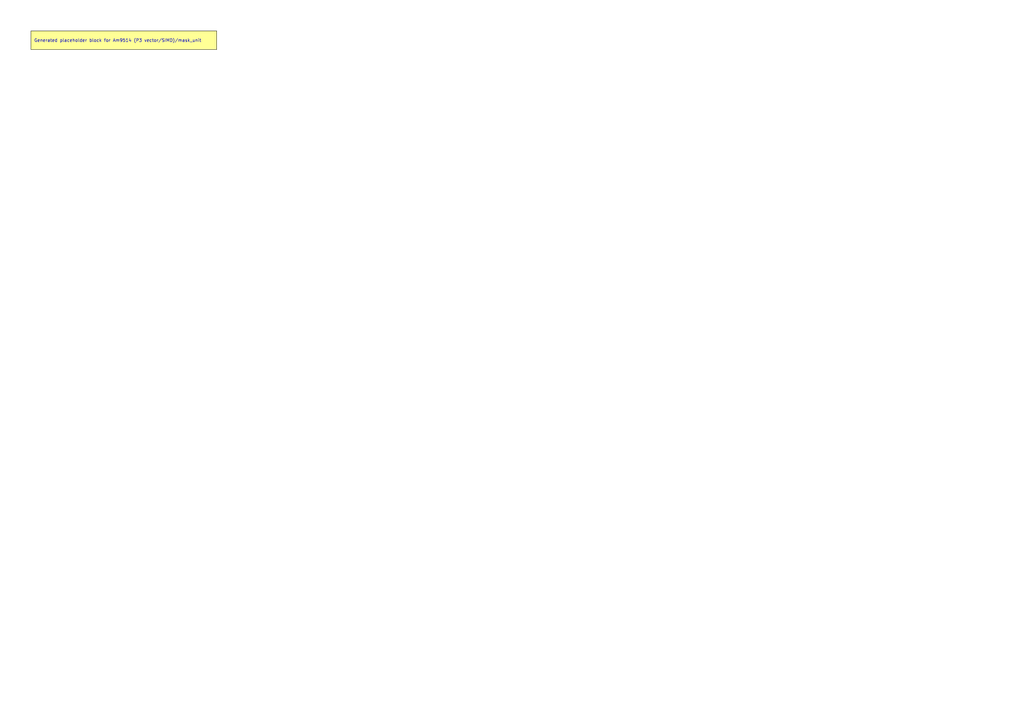
<source format=kicad_sch>
(kicad_sch
	(version 20250114)
	(generator "kicadgen")
	(generator_version "0.2")
	(uuid "9fae9abb-eeb3-570c-a7a5-2be1f528ff3d")
	(paper "A3")
	(title_block
		(title "Am9514 (P3 vector/SIMD)::mask_unit")
		(company "Project Carbon")
		(comment 1 "Generated - do not edit in generated/")
		(comment 2 "Edit in schem/kicad9/manual/ or refine mapping specs")
	)
	(lib_symbols)
	(text_box
		"Generated placeholder block for Am9514 (P3 vector/SIMD)/mask_unit"
		(exclude_from_sim no)
		(at
			12.7
			12.7
			0
		)
		(size 76.2 7.62)
		(margins
			1.27
			1.27
			1.27
			1.27
		)
		(stroke
			(width 0)
			(type default)
			(color
				0
				0
				0
				1
			)
		)
		(fill
			(type color)
			(color
				255
				255
				150
				1
			)
		)
		(effects
			(font
				(size 1.27 1.27)
			)
			(justify left)
		)
		(uuid "ca34eb7c-2cf1-5e59-93de-f10871f16d70")
	)
	(sheet_instances
		(path
			"/"
			(page "1")
		)
	)
	(embedded_fonts no)
)

</source>
